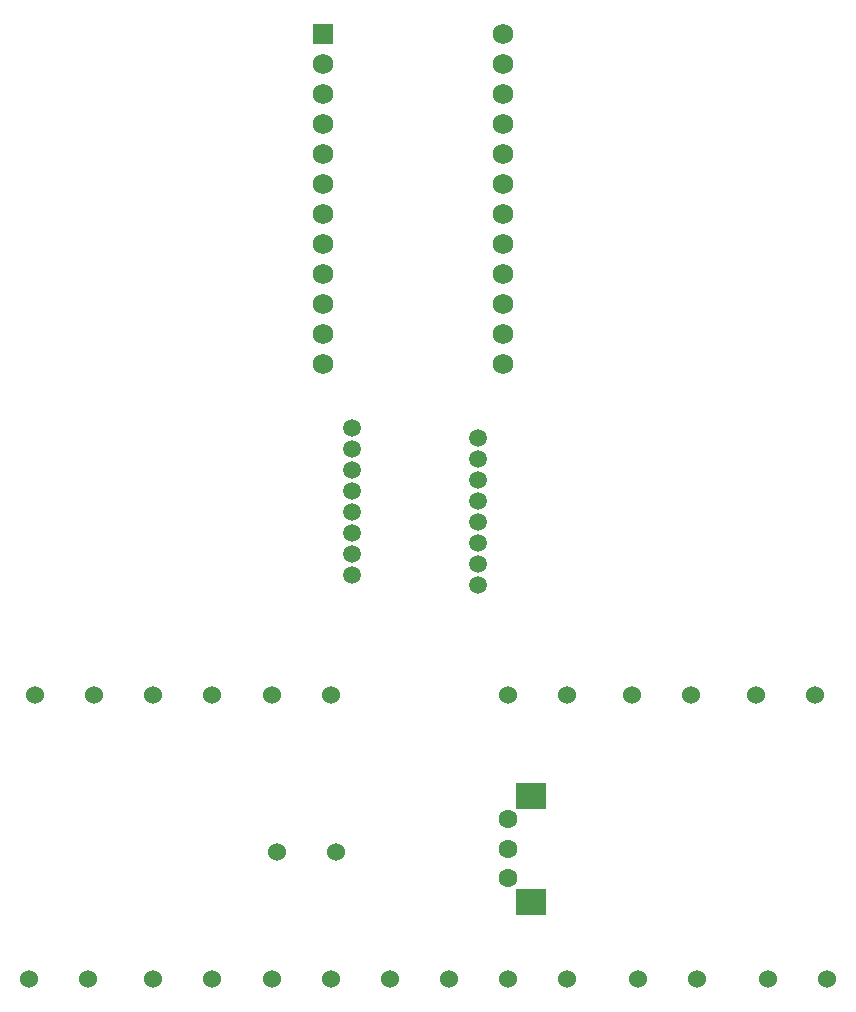
<source format=gbr>
%TF.GenerationSoftware,KiCad,Pcbnew,7.0.5*%
%TF.CreationDate,2023-09-29T16:27:14+09:00*%
%TF.ProjectId,ProMicro________,50726f4d-6963-4726-9f5f-7e9d7bdeef42,rev?*%
%TF.SameCoordinates,Original*%
%TF.FileFunction,Soldermask,Bot*%
%TF.FilePolarity,Negative*%
%FSLAX46Y46*%
G04 Gerber Fmt 4.6, Leading zero omitted, Abs format (unit mm)*
G04 Created by KiCad (PCBNEW 7.0.5) date 2023-09-29 16:27:14*
%MOMM*%
%LPD*%
G01*
G04 APERTURE LIST*
%ADD10C,1.524000*%
%ADD11C,1.600000*%
%ADD12R,2.600000X2.300000*%
%ADD13C,1.504000*%
%ADD14R,1.752600X1.752600*%
%ADD15C,1.752600*%
G04 APERTURE END LIST*
D10*
%TO.C,SW14*%
X197000000Y-115000000D03*
X202000000Y-115000000D03*
%TD*%
%TO.C,SW11*%
X165000000Y-115000000D03*
X170000000Y-115000000D03*
%TD*%
%TO.C,SW9*%
X145000000Y-115000000D03*
X150000000Y-115000000D03*
%TD*%
%TO.C,SW3*%
X155000000Y-91000000D03*
X160000000Y-91000000D03*
%TD*%
%TO.C,SW13*%
X186000000Y-115000000D03*
X191000000Y-115000000D03*
%TD*%
%TO.C,SW12*%
X175000000Y-115000000D03*
X180000000Y-115000000D03*
%TD*%
D11*
%TO.C,SW15*%
X175000000Y-101500000D03*
X175000000Y-104000000D03*
X175000000Y-106500000D03*
D12*
X177000000Y-99500000D03*
X177000000Y-108500000D03*
%TD*%
D10*
%TO.C,SW6*%
X185500000Y-91000000D03*
X190500000Y-91000000D03*
%TD*%
D13*
%TO.C,U5*%
X161820000Y-68325000D03*
X161820000Y-70105000D03*
X161820000Y-71885000D03*
X161820000Y-73665000D03*
X161820000Y-75445000D03*
X161820000Y-77225000D03*
X161820000Y-79005000D03*
X161820000Y-80785000D03*
X172520000Y-81675000D03*
X172520000Y-79895000D03*
X172520000Y-78115000D03*
X172520000Y-76335000D03*
X172520000Y-74555000D03*
X172520000Y-72775000D03*
X172520000Y-70995000D03*
X172520000Y-69215000D03*
%TD*%
D10*
%TO.C,SW8*%
X134500000Y-115000000D03*
X139500000Y-115000000D03*
%TD*%
%TO.C,SW1*%
X135000000Y-91000000D03*
X140000000Y-91000000D03*
%TD*%
%TO.C,SW7*%
X196000000Y-91000000D03*
X201000000Y-91000000D03*
%TD*%
D14*
%TO.C,U1*%
X159380000Y-35016750D03*
D15*
X159380000Y-37556750D03*
X159380000Y-40096750D03*
X159380000Y-42636750D03*
X159380000Y-45176750D03*
X159380000Y-47716750D03*
X159380000Y-50256750D03*
X159380000Y-52796750D03*
X159380000Y-55336750D03*
X159380000Y-57876750D03*
X159380000Y-60416750D03*
X159380000Y-62956750D03*
X174620000Y-62956750D03*
X174620000Y-60416750D03*
X174620000Y-57876750D03*
X174620000Y-55336750D03*
X174620000Y-52796750D03*
X174620000Y-50256750D03*
X174620000Y-47716750D03*
X174620000Y-45176750D03*
X174620000Y-42636750D03*
X174620000Y-40096750D03*
X174620000Y-37556750D03*
X174620000Y-35016750D03*
%TD*%
D10*
%TO.C,SW5*%
X175000000Y-91000000D03*
X180000000Y-91000000D03*
%TD*%
%TO.C,SW10*%
X155000000Y-115000000D03*
X160000000Y-115000000D03*
%TD*%
%TO.C,SW2*%
X145000000Y-91000000D03*
X150000000Y-91000000D03*
%TD*%
%TO.C,SW4*%
X155500000Y-104225000D03*
X160500000Y-104225000D03*
%TD*%
M02*

</source>
